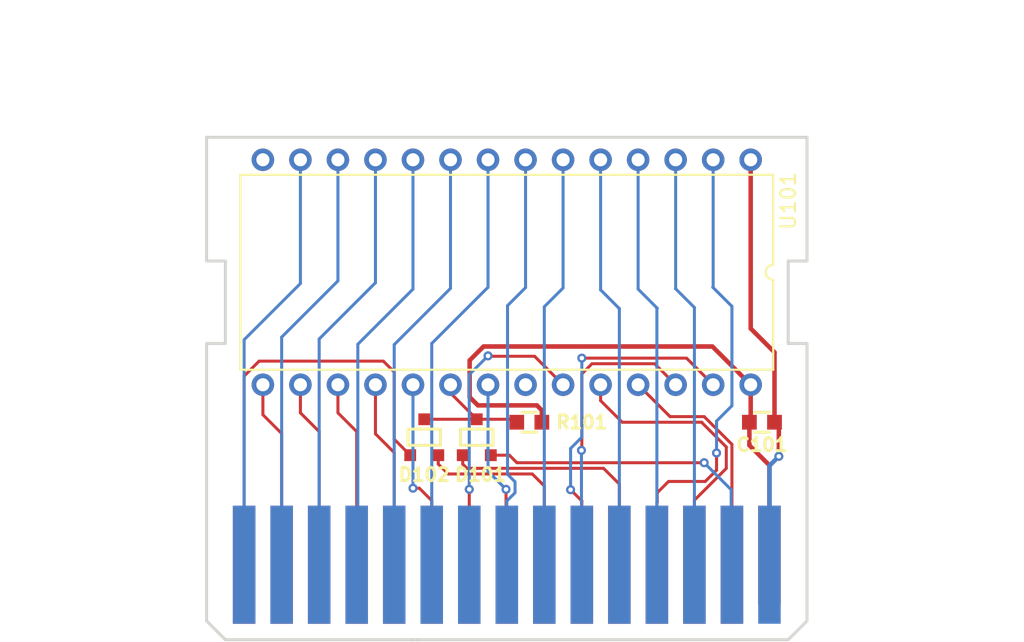
<source format=kicad_pcb>
(kicad_pcb (version 4) (host pcbnew 4.0.5-e0-6337~49~ubuntu16.04.1)

  (general
    (links 37)
    (no_connects 23)
    (area 115.086001 82.136 187.729715 125.068001)
    (thickness 1.6)
    (drawings 22)
    (tracks 165)
    (zones 0)
    (modules 6)
    (nets 32)
  )

  (page A4)
  (layers
    (0 F.Cu signal)
    (31 B.Cu signal)
    (32 B.Adhes user)
    (33 F.Adhes user)
    (34 B.Paste user)
    (35 F.Paste user)
    (36 B.SilkS user)
    (37 F.SilkS user)
    (38 B.Mask user)
    (39 F.Mask user)
    (40 Dwgs.User user)
    (41 Cmts.User user)
    (42 Eco1.User user)
    (43 Eco2.User user)
    (44 Edge.Cuts user)
    (45 Margin user)
    (46 B.CrtYd user)
    (47 F.CrtYd user)
    (48 B.Fab user)
    (49 F.Fab user)
  )

  (setup
    (last_trace_width 0.2032)
    (trace_clearance 0.1778)
    (zone_clearance 0.508)
    (zone_45_only no)
    (trace_min 0.1778)
    (segment_width 0.2)
    (edge_width 0.2)
    (via_size 0.6096)
    (via_drill 0.3048)
    (via_min_size 0.3048)
    (via_min_drill 0.3)
    (uvia_size 0.3)
    (uvia_drill 0.1)
    (uvias_allowed no)
    (uvia_min_size 0)
    (uvia_min_drill 0)
    (pcb_text_width 0.3)
    (pcb_text_size 1.5 1.5)
    (mod_edge_width 0.15)
    (mod_text_size 1 1)
    (mod_text_width 0.15)
    (pad_size 1.524 1.524)
    (pad_drill 0.762)
    (pad_to_mask_clearance 0.2)
    (aux_axis_origin 129.286 124.968)
    (grid_origin 129.286 124.968)
    (visible_elements FFFFFF7F)
    (pcbplotparams
      (layerselection 0x00030_80000001)
      (usegerberextensions false)
      (excludeedgelayer true)
      (linewidth 0.100000)
      (plotframeref false)
      (viasonmask false)
      (mode 1)
      (useauxorigin false)
      (hpglpennumber 1)
      (hpglpenspeed 20)
      (hpglpendiameter 15)
      (hpglpenoverlay 2)
      (psnegative false)
      (psa4output false)
      (plotreference true)
      (plotvalue true)
      (plotinvisibletext false)
      (padsonsilk false)
      (subtractmaskfromsilk false)
      (outputformat 1)
      (mirror false)
      (drillshape 1)
      (scaleselection 1)
      (outputdirectory ""))
  )

  (net 0 "")
  (net 1 /A0)
  (net 2 /D5)
  (net 3 GND)
  (net 4 /~E000)
  (net 5 /A7)
  (net 6 /A6)
  (net 7 /A5)
  (net 8 /A13)
  (net 9 /A4)
  (net 10 /A3)
  (net 11 "Net-(CON101-Pad13)")
  (net 12 /A2)
  (net 13 /A1)
  (net 14 /D0)
  (net 15 /D1)
  (net 16 /D2)
  (net 17 /~C000)
  (net 18 /D3)
  (net 19 /D4)
  (net 20 /D6)
  (net 21 /D7)
  (net 22 /A11)
  (net 23 /A10)
  (net 24 /~8000)
  (net 25 /A14)
  (net 26 /~A000)
  (net 27 /A12)
  (net 28 /A9)
  (net 29 /A8)
  (net 30 +5V)
  (net 31 "Net-(D101-Pad3)")

  (net_class Default "This is the default net class."
    (clearance 0.1778)
    (trace_width 0.2032)
    (via_dia 0.6096)
    (via_drill 0.3048)
    (uvia_dia 0.3)
    (uvia_drill 0.1)
    (add_net /A0)
    (add_net /A1)
    (add_net /A10)
    (add_net /A11)
    (add_net /A12)
    (add_net /A13)
    (add_net /A14)
    (add_net /A2)
    (add_net /A3)
    (add_net /A4)
    (add_net /A5)
    (add_net /A6)
    (add_net /A7)
    (add_net /A8)
    (add_net /A9)
    (add_net /D0)
    (add_net /D1)
    (add_net /D2)
    (add_net /D3)
    (add_net /D4)
    (add_net /D5)
    (add_net /D6)
    (add_net /D7)
    (add_net /~8000)
    (add_net /~A000)
    (add_net /~C000)
    (add_net /~E000)
    (add_net "Net-(CON101-Pad13)")
    (add_net "Net-(D101-Pad3)")
  )

  (net_class Power ""
    (clearance 0.1778)
    (trace_width 0.3048)
    (via_dia 0.6096)
    (via_drill 0.3048)
    (uvia_dia 0.3)
    (uvia_drill 0.1)
    (add_net +5V)
    (add_net GND)
  )

  (module db-vgparts:CV-EDGE (layer F.Cu) (tedit 589D2E72) (tstamp 589CBDC0)
    (at 131.826 119.888)
    (path /589B6969)
    (fp_text reference CON101 (at 2.032 -5.08) (layer F.SilkS) hide
      (effects (font (size 1 1) (thickness 0.15)))
    )
    (fp_text value CV-EDGE (at 2.54 -6.35) (layer F.Fab) hide
      (effects (font (size 1 1) (thickness 0.15)))
    )
    (pad 7 smd rect (at 7.62 0) (size 1.524 8) (layers B.Cu F.Paste F.Mask)
      (net 1 /A0))
    (pad 8 smd rect (at 7.62 0) (size 1.524 8) (layers F.Cu F.Paste F.Mask)
      (net 2 /D5))
    (pad 29 smd rect (at 35.56 0) (size 1.524 8) (layers B.Cu F.Paste F.Mask)
      (net 3 GND))
    (pad 27 smd rect (at 33.02 0) (size 1.524 8) (layers B.Cu F.Paste F.Mask)
      (net 4 /~E000))
    (pad 25 smd rect (at 30.48 0) (size 1.524 8) (layers B.Cu F.Paste F.Mask)
      (net 5 /A7))
    (pad 23 smd rect (at 27.94 0) (size 1.524 8) (layers B.Cu F.Paste F.Mask)
      (net 6 /A6))
    (pad 21 smd rect (at 25.4 0) (size 1.524 8) (layers B.Cu F.Paste F.Mask)
      (net 7 /A5))
    (pad 19 smd rect (at 22.86 0) (size 1.524 8) (layers B.Cu F.Paste F.Mask)
      (net 8 /A13))
    (pad 17 smd rect (at 20.32 0) (size 1.524 8) (layers B.Cu F.Paste F.Mask)
      (net 9 /A4))
    (pad 15 smd rect (at 17.78 0) (size 1.524 8) (layers B.Cu F.Paste F.Mask)
      (net 10 /A3))
    (pad 13 smd rect (at 15.24 0) (size 1.524 8) (layers B.Cu F.Paste F.Mask)
      (net 11 "Net-(CON101-Pad13)"))
    (pad 11 smd rect (at 12.7 0) (size 1.524 8) (layers B.Cu F.Paste F.Mask)
      (net 12 /A2))
    (pad 9 smd rect (at 10.16 0) (size 1.524 8) (layers B.Cu F.Paste F.Mask)
      (net 13 /A1))
    (pad 5 smd rect (at 5.08 0) (size 1.524 8) (layers B.Cu F.Paste F.Mask)
      (net 14 /D0))
    (pad 3 smd rect (at 2.54 0) (size 1.524 8) (layers B.Cu F.Paste F.Mask)
      (net 15 /D1))
    (pad 1 smd rect (at 0 0) (size 1.524 8) (layers B.Cu F.Paste F.Mask)
      (net 16 /D2))
    (pad 2 smd rect (at 0 0) (size 1.524 8) (layers F.Cu F.Paste F.Mask)
      (net 17 /~C000))
    (pad 4 smd rect (at 2.54 0) (size 1.524 8) (layers F.Cu F.Paste F.Mask)
      (net 18 /D3))
    (pad 6 smd rect (at 5.08 0) (size 1.524 8) (layers F.Cu F.Paste F.Mask)
      (net 19 /D4))
    (pad 10 smd rect (at 10.16 0) (size 1.524 8) (layers F.Cu F.Paste F.Mask)
      (net 20 /D6))
    (pad 12 smd rect (at 12.7 0) (size 1.524 8) (layers F.Cu F.Paste F.Mask)
      (net 21 /D7))
    (pad 14 smd rect (at 15.24 0) (size 1.524 8) (layers F.Cu F.Paste F.Mask)
      (net 22 /A11))
    (pad 16 smd rect (at 17.78 0) (size 1.524 8) (layers F.Cu F.Paste F.Mask)
      (net 23 /A10))
    (pad 18 smd rect (at 20.32 0) (size 1.524 8) (layers F.Cu F.Paste F.Mask)
      (net 24 /~8000))
    (pad 20 smd rect (at 22.86 0) (size 1.524 8) (layers F.Cu F.Paste F.Mask)
      (net 25 /A14))
    (pad 22 smd rect (at 25.4 0) (size 1.524 8) (layers F.Cu F.Paste F.Mask)
      (net 26 /~A000))
    (pad 24 smd rect (at 27.94 0) (size 1.524 8) (layers F.Cu F.Paste F.Mask)
      (net 27 /A12))
    (pad 26 smd rect (at 30.48 0) (size 1.524 8) (layers F.Cu F.Paste F.Mask)
      (net 28 /A9))
    (pad 28 smd rect (at 33.02 0) (size 1.524 8) (layers F.Cu F.Paste F.Mask)
      (net 29 /A8))
    (pad 30 smd rect (at 35.56 -0.65) (size 1.524 6.7) (layers F.Cu F.Paste F.Mask)
      (net 30 +5V))
  )

  (module db-dipics:DIP-28-600MIL (layer F.Cu) (tedit 589D2EA3) (tstamp 589CBDE0)
    (at 166.116 92.456 270)
    (path /589B5CA8)
    (fp_text reference U101 (at 2.794 -2.54 270) (layer F.SilkS)
      (effects (font (size 1 1) (thickness 0.15)))
    )
    (fp_text value W27C512 (at 2.54 35.56 270) (layer F.Fab)
      (effects (font (size 1 1) (thickness 0.15)))
    )
    (fp_line (start 8.128 -1.524) (end 14.224 -1.524) (layer F.SilkS) (width 0.15))
    (fp_line (start 7.112 -1.524) (end 1.016 -1.524) (layer F.SilkS) (width 0.15))
    (fp_arc (start 7.62 -1.524) (end 7.62 -1.016) (angle 90) (layer F.SilkS) (width 0.15))
    (fp_arc (start 7.62 -1.524) (end 8.128 -1.524) (angle 90) (layer F.SilkS) (width 0.15))
    (fp_line (start 1.016 -1.524) (end 1.016 34.544) (layer F.SilkS) (width 0.15))
    (fp_line (start 1.016 34.544) (end 14.224 34.544) (layer F.SilkS) (width 0.15))
    (fp_line (start 14.224 34.544) (end 14.224 -1.524) (layer F.SilkS) (width 0.15))
    (pad 1 thru_hole circle (at 0 0 270) (size 1.524 1.524) (drill 0.889) (layers *.Cu *.Mask)
      (net 3 GND))
    (pad 2 thru_hole circle (at 0 2.54 270) (size 1.524 1.524) (drill 0.889) (layers *.Cu *.Mask)
      (net 27 /A12))
    (pad 3 thru_hole circle (at 0 5.08 270) (size 1.524 1.524) (drill 0.889) (layers *.Cu *.Mask)
      (net 5 /A7))
    (pad 4 thru_hole circle (at 0 7.62 270) (size 1.524 1.524) (drill 0.889) (layers *.Cu *.Mask)
      (net 6 /A6))
    (pad 5 thru_hole circle (at 0 10.16 270) (size 1.524 1.524) (drill 0.889) (layers *.Cu *.Mask)
      (net 7 /A5))
    (pad 6 thru_hole circle (at 0 12.7 270) (size 1.524 1.524) (drill 0.889) (layers *.Cu *.Mask)
      (net 9 /A4))
    (pad 7 thru_hole circle (at 0 15.24 270) (size 1.524 1.524) (drill 0.889) (layers *.Cu *.Mask)
      (net 10 /A3))
    (pad 8 thru_hole circle (at 0 17.78 270) (size 1.524 1.524) (drill 0.889) (layers *.Cu *.Mask)
      (net 12 /A2))
    (pad 9 thru_hole circle (at 0 20.32 270) (size 1.524 1.524) (drill 0.889) (layers *.Cu *.Mask)
      (net 13 /A1))
    (pad 10 thru_hole circle (at 0 22.86 270) (size 1.524 1.524) (drill 0.889) (layers *.Cu *.Mask)
      (net 1 /A0))
    (pad 11 thru_hole circle (at 0 25.4 270) (size 1.524 1.524) (drill 0.889) (layers *.Cu *.Mask)
      (net 14 /D0))
    (pad 12 thru_hole circle (at 0 27.94 270) (size 1.524 1.524) (drill 0.889) (layers *.Cu *.Mask)
      (net 15 /D1))
    (pad 13 thru_hole circle (at 0 30.48 270) (size 1.524 1.524) (drill 0.889) (layers *.Cu *.Mask)
      (net 16 /D2))
    (pad 14 thru_hole circle (at 0 33.02 270) (size 1.524 1.524) (drill 0.889) (layers *.Cu *.Mask)
      (net 3 GND))
    (pad 15 thru_hole circle (at 15.24 33.02 270) (size 1.524 1.524) (drill 0.889) (layers *.Cu *.Mask)
      (net 18 /D3))
    (pad 16 thru_hole circle (at 15.24 30.48 270) (size 1.524 1.524) (drill 0.889) (layers *.Cu *.Mask)
      (net 19 /D4))
    (pad 17 thru_hole circle (at 15.24 27.94 270) (size 1.524 1.524) (drill 0.889) (layers *.Cu *.Mask)
      (net 2 /D5))
    (pad 18 thru_hole circle (at 15.24 25.4 270) (size 1.524 1.524) (drill 0.889) (layers *.Cu *.Mask)
      (net 20 /D6))
    (pad 19 thru_hole circle (at 15.24 22.86 270) (size 1.524 1.524) (drill 0.889) (layers *.Cu *.Mask)
      (net 21 /D7))
    (pad 20 thru_hole circle (at 15.24 20.32 270) (size 1.524 1.524) (drill 0.889) (layers *.Cu *.Mask)
      (net 31 "Net-(D101-Pad3)"))
    (pad 21 thru_hole circle (at 15.24 17.78 270) (size 1.524 1.524) (drill 0.889) (layers *.Cu *.Mask)
      (net 23 /A10))
    (pad 22 thru_hole circle (at 15.24 15.24 270) (size 1.524 1.524) (drill 0.889) (layers *.Cu *.Mask)
      (net 3 GND))
    (pad 23 thru_hole circle (at 15.24 12.7 270) (size 1.524 1.524) (drill 0.889) (layers *.Cu *.Mask)
      (net 22 /A11))
    (pad 24 thru_hole circle (at 15.24 10.16 270) (size 1.524 1.524) (drill 0.889) (layers *.Cu *.Mask)
      (net 28 /A9))
    (pad 25 thru_hole circle (at 15.24 7.62 270) (size 1.524 1.524) (drill 0.889) (layers *.Cu *.Mask)
      (net 29 /A8))
    (pad 26 thru_hole circle (at 15.24 5.08 270) (size 1.524 1.524) (drill 0.889) (layers *.Cu *.Mask)
      (net 8 /A13))
    (pad 27 thru_hole circle (at 15.24 2.54 270) (size 1.524 1.524) (drill 0.889) (layers *.Cu *.Mask)
      (net 25 /A14))
    (pad 28 thru_hole circle (at 15.24 0 270) (size 1.524 1.524) (drill 0.889) (layers *.Cu *.Mask)
      (net 30 +5V))
  )

  (module db-smt:0603 (layer F.Cu) (tedit 589D2FE8) (tstamp 589CBE7C)
    (at 166.878 110.236)
    (tags 0603)
    (path /589C79A7)
    (attr smd)
    (fp_text reference C101 (at 0 1.524) (layer F.SilkS)
      (effects (font (size 0.889 0.889) (thickness 0.2032)))
    )
    (fp_text value C (at 0 1.524) (layer F.Fab) hide
      (effects (font (size 1 1) (thickness 0.15)))
    )
    (fp_line (start 0.5 0.675) (end -0.5 0.675) (layer F.SilkS) (width 0.2032))
    (fp_line (start -0.5 -0.675) (end 0.5 -0.675) (layer F.SilkS) (width 0.2032))
    (pad 1 smd rect (at -0.85 0) (size 1 1) (layers F.Cu F.Paste F.Mask)
      (net 30 +5V))
    (pad 2 smd rect (at 0.85 0) (size 1 1) (layers F.Cu F.Paste F.Mask)
      (net 3 GND))
    (model Resistors_SMD.3dshapes/R_0603.wrl
      (at (xyz 0 0 0))
      (scale (xyz 1 1 1))
      (rotate (xyz 0 0 0))
    )
  )

  (module db-smt:SOT23 (layer F.Cu) (tedit 589D2E8C) (tstamp 589CBE83)
    (at 147.574 111.252)
    (descr SOT23)
    (path /589B7FED)
    (attr smd)
    (fp_text reference D101 (at 0.254 2.54) (layer F.SilkS)
      (effects (font (size 0.889 0.889) (thickness 0.2032)))
    )
    (fp_text value BAT54A (at 1.27 2.54) (layer F.Fab) hide
      (effects (font (size 1 1) (thickness 0.15)))
    )
    (fp_line (start -1.1 -0.55) (end -1.1 0.55) (layer F.SilkS) (width 0.2032))
    (fp_line (start -1.1 0.55) (end 1.1 0.55) (layer F.SilkS) (width 0.2032))
    (fp_line (start 1.1 0.55) (end 1.1 -0.55) (layer F.SilkS) (width 0.2032))
    (fp_line (start 1.1 -0.55) (end -1.05 -0.55) (layer F.SilkS) (width 0.2032))
    (fp_line (start -1.05 -0.55) (end -1.1 -0.55) (layer F.SilkS) (width 0.15))
    (pad 1 smd rect (at -0.95 1.216) (size 0.8 0.8) (layers F.Cu F.Paste F.Mask)
      (net 26 /~A000))
    (pad 2 smd rect (at 0.95 1.216) (size 0.8 0.8) (layers F.Cu F.Paste F.Mask)
      (net 4 /~E000))
    (pad 3 smd rect (at 0 -1.216) (size 0.8 0.8) (layers F.Cu F.Paste F.Mask)
      (net 31 "Net-(D101-Pad3)"))
    (model Transistors_SMD.3dshapes/sc70.wrl
      (at (xyz 0 0 0))
      (scale (xyz 1 1 1))
      (rotate (xyz 0 0 0))
    )
  )

  (module db-smt:SOT23 (layer F.Cu) (tedit 589D2E8F) (tstamp 589CBE8A)
    (at 144.018 111.252)
    (descr SOT23)
    (path /589B80E6)
    (attr smd)
    (fp_text reference D102 (at 0 2.54) (layer F.SilkS)
      (effects (font (size 0.889 0.889) (thickness 0.2032)))
    )
    (fp_text value BAT54A (at 1.27 2.54) (layer F.Fab) hide
      (effects (font (size 1 1) (thickness 0.15)))
    )
    (fp_line (start -1.1 -0.55) (end -1.1 0.55) (layer F.SilkS) (width 0.2032))
    (fp_line (start -1.1 0.55) (end 1.1 0.55) (layer F.SilkS) (width 0.2032))
    (fp_line (start 1.1 0.55) (end 1.1 -0.55) (layer F.SilkS) (width 0.2032))
    (fp_line (start 1.1 -0.55) (end -1.05 -0.55) (layer F.SilkS) (width 0.2032))
    (fp_line (start -1.05 -0.55) (end -1.1 -0.55) (layer F.SilkS) (width 0.15))
    (pad 1 smd rect (at -0.95 1.216) (size 0.8 0.8) (layers F.Cu F.Paste F.Mask)
      (net 17 /~C000))
    (pad 2 smd rect (at 0.95 1.216) (size 0.8 0.8) (layers F.Cu F.Paste F.Mask)
      (net 24 /~8000))
    (pad 3 smd rect (at 0 -1.216) (size 0.8 0.8) (layers F.Cu F.Paste F.Mask)
      (net 31 "Net-(D101-Pad3)"))
    (model Transistors_SMD.3dshapes/sc70.wrl
      (at (xyz 0 0 0))
      (scale (xyz 1 1 1))
      (rotate (xyz 0 0 0))
    )
  )

  (module db-smt:0603 (layer F.Cu) (tedit 589D2E86) (tstamp 589CBE90)
    (at 151.13 110.236 180)
    (tags 0603)
    (path /589A2F31)
    (attr smd)
    (fp_text reference R101 (at -3.556 0 180) (layer F.SilkS)
      (effects (font (size 0.889 0.889) (thickness 0.2032)))
    )
    (fp_text value 10k (at 0 1.524 180) (layer F.Fab) hide
      (effects (font (size 1 1) (thickness 0.15)))
    )
    (fp_line (start 0.5 0.675) (end -0.5 0.675) (layer F.SilkS) (width 0.2032))
    (fp_line (start -0.5 -0.675) (end 0.5 -0.675) (layer F.SilkS) (width 0.2032))
    (pad 1 smd rect (at -0.85 0 180) (size 1 1) (layers F.Cu F.Paste F.Mask)
      (net 30 +5V))
    (pad 2 smd rect (at 0.85 0 180) (size 1 1) (layers F.Cu F.Paste F.Mask)
      (net 31 "Net-(D101-Pad3)"))
    (model Resistors_SMD.3dshapes/R_0603.wrl
      (at (xyz 0 0 0))
      (scale (xyz 1 1 1))
      (rotate (xyz 0 0 0))
    )
  )

  (gr_line (start 143.0782 124.968) (end 143.7132 124.968) (angle 90) (layer Edge.Cuts) (width 0.2))
  (dimension 20.066 (width 0.3) (layer Dwgs.User)
    (gr_text "20.066 mm" (at 175.086 114.935 270) (layer Dwgs.User)
      (effects (font (size 1.5 1.5) (thickness 0.3)))
    )
    (feature1 (pts (xy 169.926 124.968) (xy 176.436 124.968)))
    (feature2 (pts (xy 169.926 104.902) (xy 176.436 104.902)))
    (crossbar (pts (xy 173.736 104.902) (xy 173.736 124.968)))
    (arrow1a (pts (xy 173.736 124.968) (xy 173.149579 123.841496)))
    (arrow1b (pts (xy 173.736 124.968) (xy 174.322421 123.841496)))
    (arrow2a (pts (xy 173.736 104.902) (xy 173.149579 106.028504)))
    (arrow2b (pts (xy 173.736 104.902) (xy 174.322421 106.028504)))
  )
  (dimension 5.588 (width 0.3) (layer Dwgs.User)
    (gr_text "5.588 mm" (at 181.944 102.108 270) (layer Dwgs.User)
      (effects (font (size 1.5 1.5) (thickness 0.3)))
    )
    (feature1 (pts (xy 169.926 104.902) (xy 183.294 104.902)))
    (feature2 (pts (xy 169.926 99.314) (xy 183.294 99.314)))
    (crossbar (pts (xy 180.594 99.314) (xy 180.594 104.902)))
    (arrow1a (pts (xy 180.594 104.902) (xy 180.007579 103.775496)))
    (arrow1b (pts (xy 180.594 104.902) (xy 181.180421 103.775496)))
    (arrow2a (pts (xy 180.594 99.314) (xy 180.007579 100.440504)))
    (arrow2b (pts (xy 180.594 99.314) (xy 181.180421 100.440504)))
  )
  (dimension 8.382 (width 0.3) (layer Dwgs.User)
    (gr_text "8.382 mm" (at 175.086 95.123 270) (layer Dwgs.User)
      (effects (font (size 1.5 1.5) (thickness 0.3)))
    )
    (feature1 (pts (xy 169.926 99.314) (xy 176.436 99.314)))
    (feature2 (pts (xy 169.926 90.932) (xy 176.436 90.932)))
    (crossbar (pts (xy 173.736 90.932) (xy 173.736 99.314)))
    (arrow1a (pts (xy 173.736 99.314) (xy 173.149579 98.187496)))
    (arrow1b (pts (xy 173.736 99.314) (xy 174.322421 98.187496)))
    (arrow2a (pts (xy 173.736 90.932) (xy 173.149579 92.058504)))
    (arrow2b (pts (xy 173.736 90.932) (xy 174.322421 92.058504)))
  )
  (dimension 34.036 (width 0.3) (layer Dwgs.User)
    (gr_text "34.036 mm" (at 121.586 107.95 270) (layer Dwgs.User)
      (effects (font (size 1.5 1.5) (thickness 0.3)))
    )
    (feature1 (pts (xy 129.286 124.968) (xy 120.236 124.968)))
    (feature2 (pts (xy 129.286 90.932) (xy 120.236 90.932)))
    (crossbar (pts (xy 122.936 90.932) (xy 122.936 124.968)))
    (arrow1a (pts (xy 122.936 124.968) (xy 122.349579 123.841496)))
    (arrow1b (pts (xy 122.936 124.968) (xy 123.522421 123.841496)))
    (arrow2a (pts (xy 122.936 90.932) (xy 122.349579 92.058504)))
    (arrow2b (pts (xy 122.936 90.932) (xy 123.522421 92.058504)))
  )
  (dimension 40.64 (width 0.3) (layer Dwgs.User)
    (gr_text "40.640 mm" (at 149.606 83.486) (layer Dwgs.User)
      (effects (font (size 1.5 1.5) (thickness 0.3)))
    )
    (feature1 (pts (xy 169.926 90.932) (xy 169.926 82.136)))
    (feature2 (pts (xy 129.286 90.932) (xy 129.286 82.136)))
    (crossbar (pts (xy 129.286 84.836) (xy 169.926 84.836)))
    (arrow1a (pts (xy 169.926 84.836) (xy 168.799496 85.422421)))
    (arrow1b (pts (xy 169.926 84.836) (xy 168.799496 84.249579)))
    (arrow2a (pts (xy 129.286 84.836) (xy 130.412504 85.422421)))
    (arrow2b (pts (xy 129.286 84.836) (xy 130.412504 84.249579)))
  )
  (gr_line (start 129.286 99.314) (end 129.286 99.06) (angle 90) (layer Edge.Cuts) (width 0.2))
  (gr_line (start 130.556 99.314) (end 129.286 99.314) (angle 90) (layer Edge.Cuts) (width 0.2))
  (gr_line (start 130.556 104.902) (end 130.556 99.314) (angle 90) (layer Edge.Cuts) (width 0.2))
  (gr_line (start 129.286 104.902) (end 130.556 104.902) (angle 90) (layer Edge.Cuts) (width 0.2))
  (gr_line (start 129.286 123.698) (end 129.286 104.902) (angle 90) (layer Edge.Cuts) (width 0.2))
  (gr_line (start 129.286 99.06) (end 129.286 90.932) (angle 90) (layer Edge.Cuts) (width 0.2))
  (gr_line (start 169.926 90.932) (end 129.286 90.932) (angle 90) (layer Edge.Cuts) (width 0.2))
  (gr_line (start 169.926 99.314) (end 169.926 90.932) (angle 90) (layer Edge.Cuts) (width 0.2))
  (gr_line (start 168.656 99.314) (end 169.926 99.314) (angle 90) (layer Edge.Cuts) (width 0.2))
  (gr_line (start 168.656 104.902) (end 168.656 99.314) (angle 90) (layer Edge.Cuts) (width 0.2))
  (gr_line (start 169.926 104.902) (end 168.656 104.902) (angle 90) (layer Edge.Cuts) (width 0.2))
  (gr_line (start 169.926 123.698) (end 169.926 104.902) (angle 90) (layer Edge.Cuts) (width 0.2))
  (gr_line (start 168.656 124.968) (end 169.926 123.698) (angle 90) (layer Edge.Cuts) (width 0.2))
  (gr_line (start 143.51 124.968) (end 168.656 124.968) (angle 90) (layer Edge.Cuts) (width 0.2))
  (gr_line (start 130.556 124.968) (end 129.286 123.698) (angle 90) (layer Edge.Cuts) (width 0.2))
  (gr_line (start 143.256 124.968) (end 130.556 124.968) (angle 90) (layer Edge.Cuts) (width 0.2))

  (segment (start 143.256 92.456) (end 143.256 101.219) (width 0.2032) (layer B.Cu) (net 1))
  (segment (start 139.5222 104.9528) (end 139.5222 119.8118) (width 0.2032) (layer B.Cu) (net 1) (tstamp 589D33CC))
  (segment (start 143.256 101.219) (end 139.5222 104.9528) (width 0.2032) (layer B.Cu) (net 1) (tstamp 589D33C8))
  (segment (start 139.5222 119.8118) (end 139.446 119.888) (width 0.2032) (layer B.Cu) (net 1) (tstamp 589D33CF))
  (segment (start 138.176 107.696) (end 138.176 109.601) (width 0.2032) (layer F.Cu) (net 2))
  (segment (start 139.446 110.871) (end 139.446 119.888) (width 0.2032) (layer F.Cu) (net 2) (tstamp 589D33AA))
  (segment (start 138.176 109.601) (end 139.446 110.871) (width 0.2032) (layer F.Cu) (net 2) (tstamp 589D33A8))
  (segment (start 168.021 112.5474) (end 168.021 110.529) (width 0.3048) (layer F.Cu) (net 3))
  (segment (start 168.021 110.529) (end 167.728 110.236) (width 0.3048) (layer F.Cu) (net 3))
  (segment (start 167.386 119.888) (end 167.386 113.1824) (width 0.3048) (layer B.Cu) (net 3))
  (segment (start 167.386 113.1824) (end 168.021 112.5474) (width 0.3048) (layer B.Cu) (net 3))
  (via (at 168.021 112.5474) (size 0.6096) (drill 0.3048) (layers F.Cu B.Cu) (net 3))
  (segment (start 166.116 92.456) (end 166.116 103.886) (width 0.3048) (layer F.Cu) (net 3))
  (segment (start 167.728 105.498) (end 167.728 110.236) (width 0.3048) (layer F.Cu) (net 3) (tstamp 589D3013))
  (segment (start 166.116 103.886) (end 167.728 105.498) (width 0.3048) (layer F.Cu) (net 3) (tstamp 589D300D))
  (segment (start 164.7952 115.2652) (end 164.7952 119.8372) (width 0.2032) (layer B.Cu) (net 4))
  (segment (start 150.2918 112.97918) (end 162.9664 112.97918) (width 0.2032) (layer F.Cu) (net 4))
  (segment (start 164.7952 115.2652) (end 164.7952 114.80798) (width 0.2032) (layer B.Cu) (net 4))
  (segment (start 164.7952 114.80798) (end 162.9664 112.97918) (width 0.2032) (layer B.Cu) (net 4))
  (via (at 162.9664 112.97918) (size 0.6096) (drill 0.3048) (layers F.Cu B.Cu) (net 4))
  (segment (start 164.7952 119.8372) (end 164.846 119.888) (width 0.2032) (layer B.Cu) (net 4))
  (segment (start 149.78062 112.468) (end 150.2918 112.97918) (width 0.2032) (layer F.Cu) (net 4))
  (segment (start 148.524 112.468) (end 149.78062 112.468) (width 0.2032) (layer F.Cu) (net 4))
  (segment (start 162.306 102.4636) (end 162.306 119.888) (width 0.2032) (layer B.Cu) (net 5))
  (segment (start 161.036 101.1936) (end 162.306 102.4636) (width 0.2032) (layer B.Cu) (net 5))
  (segment (start 161.036 92.456) (end 161.036 101.1936) (width 0.2032) (layer B.Cu) (net 5))
  (segment (start 159.7914 102.5144) (end 159.766 102.5398) (width 0.2032) (layer B.Cu) (net 6))
  (segment (start 159.766 102.5398) (end 159.766 119.888) (width 0.2032) (layer B.Cu) (net 6))
  (segment (start 158.496 101.219) (end 159.7914 102.5144) (width 0.2032) (layer B.Cu) (net 6))
  (segment (start 158.496 92.456) (end 158.496 101.219) (width 0.2032) (layer B.Cu) (net 6))
  (segment (start 157.226 102.5398) (end 157.226 119.888) (width 0.2032) (layer B.Cu) (net 7))
  (segment (start 155.956 101.2698) (end 157.226 102.5398) (width 0.2032) (layer B.Cu) (net 7))
  (segment (start 155.956 92.456) (end 155.956 101.2698) (width 0.2032) (layer B.Cu) (net 7))
  (segment (start 154.6606 112.141) (end 154.6606 119.8626) (width 0.2032) (layer B.Cu) (net 8))
  (segment (start 154.6606 119.8626) (end 154.686 119.888) (width 0.2032) (layer B.Cu) (net 8))
  (segment (start 154.686 106.9594) (end 154.686 112.1156) (width 0.2032) (layer F.Cu) (net 8))
  (segment (start 154.686 112.1156) (end 154.6606 112.141) (width 0.2032) (layer F.Cu) (net 8))
  (via (at 154.6606 112.141) (size 0.6096) (drill 0.3048) (layers F.Cu B.Cu) (net 8))
  (segment (start 155.3718 106.2736) (end 154.686 106.9594) (width 0.2032) (layer F.Cu) (net 8))
  (segment (start 159.6136 106.2736) (end 155.3718 106.2736) (width 0.2032) (layer F.Cu) (net 8))
  (segment (start 161.036 107.696) (end 159.6136 106.2736) (width 0.2032) (layer F.Cu) (net 8))
  (segment (start 153.416 92.456) (end 153.416 101.1428) (width 0.2032) (layer B.Cu) (net 9))
  (segment (start 153.416 101.1428) (end 152.146 102.4128) (width 0.2032) (layer B.Cu) (net 9))
  (segment (start 152.146 102.4128) (end 152.146 119.888) (width 0.2032) (layer B.Cu) (net 9))
  (segment (start 150.1648 115.0112) (end 149.606 115.57) (width 0.2032) (layer B.Cu) (net 10))
  (segment (start 149.606 115.57) (end 149.606 119.888) (width 0.2032) (layer B.Cu) (net 10))
  (segment (start 150.1648 114.2746) (end 150.1648 115.0112) (width 0.2032) (layer B.Cu) (net 10))
  (segment (start 149.6568 113.7666) (end 150.1648 114.2746) (width 0.2032) (layer B.Cu) (net 10))
  (segment (start 149.6568 102.3366) (end 149.6568 113.7666) (width 0.2032) (layer B.Cu) (net 10))
  (segment (start 150.876 101.1174) (end 149.6568 102.3366) (width 0.2032) (layer B.Cu) (net 10))
  (segment (start 150.876 92.456) (end 150.876 101.1174) (width 0.2032) (layer B.Cu) (net 10))
  (segment (start 148.336 92.456) (end 148.336 101.092) (width 0.2032) (layer B.Cu) (net 12))
  (segment (start 148.336 101.092) (end 144.526 104.902) (width 0.2032) (layer B.Cu) (net 12))
  (segment (start 144.526 104.902) (end 144.526 119.888) (width 0.2032) (layer B.Cu) (net 12))
  (segment (start 145.796 101.1682) (end 141.986 104.9782) (width 0.2032) (layer B.Cu) (net 13))
  (segment (start 141.986 104.9782) (end 141.986 119.888) (width 0.2032) (layer B.Cu) (net 13))
  (segment (start 145.796 92.456) (end 145.796 101.1682) (width 0.2032) (layer B.Cu) (net 13))
  (segment (start 140.716 92.456) (end 140.716 100.7872) (width 0.2032) (layer B.Cu) (net 14))
  (segment (start 136.906 104.5972) (end 136.906 119.888) (width 0.2032) (layer B.Cu) (net 14) (tstamp 589D33BC))
  (segment (start 140.716 100.7872) (end 136.906 104.5972) (width 0.2032) (layer B.Cu) (net 14) (tstamp 589D33BA))
  (segment (start 138.176 92.456) (end 138.176 100.6602) (width 0.2032) (layer B.Cu) (net 15))
  (segment (start 134.366 104.4702) (end 134.366 119.888) (width 0.2032) (layer B.Cu) (net 15) (tstamp 589D33B5))
  (segment (start 138.176 100.6602) (end 134.366 104.4702) (width 0.2032) (layer B.Cu) (net 15) (tstamp 589D33B0))
  (segment (start 135.636 100.838) (end 131.826 104.648) (width 0.2032) (layer B.Cu) (net 16))
  (segment (start 131.826 104.648) (end 131.826 119.888) (width 0.2032) (layer B.Cu) (net 16))
  (segment (start 135.636 92.456) (end 135.636 100.838) (width 0.2032) (layer B.Cu) (net 16))
  (segment (start 131.826 119.888) (end 131.826 107.1118) (width 0.2032) (layer F.Cu) (net 17))
  (segment (start 141.986 111.386) (end 143.068 112.468) (width 0.2032) (layer F.Cu) (net 17) (tstamp 589D3397) (status 20))
  (segment (start 141.986 106.8324) (end 141.986 111.386) (width 0.2032) (layer F.Cu) (net 17) (tstamp 589D3393))
  (segment (start 141.2494 106.0958) (end 141.986 106.8324) (width 0.2032) (layer F.Cu) (net 17) (tstamp 589D3392))
  (segment (start 132.842 106.0958) (end 141.2494 106.0958) (width 0.2032) (layer F.Cu) (net 17) (tstamp 589D3390))
  (segment (start 131.826 107.1118) (end 132.842 106.0958) (width 0.2032) (layer F.Cu) (net 17) (tstamp 589D3382))
  (segment (start 134.366 119.888) (end 134.366 110.998) (width 0.2032) (layer F.Cu) (net 18))
  (segment (start 133.096 109.728) (end 133.096 107.696) (width 0.2032) (layer F.Cu) (net 18) (tstamp 589D32D7))
  (segment (start 134.366 110.998) (end 133.096 109.728) (width 0.2032) (layer F.Cu) (net 18) (tstamp 589D32D0))
  (segment (start 135.636 107.696) (end 135.636 109.601) (width 0.2032) (layer F.Cu) (net 19))
  (segment (start 136.906 110.871) (end 136.906 119.888) (width 0.2032) (layer F.Cu) (net 19) (tstamp 589D33A4))
  (segment (start 135.636 109.601) (end 136.906 110.871) (width 0.2032) (layer F.Cu) (net 19) (tstamp 589D33A1))
  (segment (start 140.716 107.696) (end 140.716 111.0234) (width 0.2032) (layer F.Cu) (net 20))
  (segment (start 140.716 111.0234) (end 141.986 112.2934) (width 0.2032) (layer F.Cu) (net 20))
  (segment (start 141.986 112.2934) (end 141.986 119.888) (width 0.2032) (layer F.Cu) (net 20))
  (segment (start 143.256 114.7064) (end 143.687052 114.7064) (width 0.2032) (layer F.Cu) (net 21))
  (segment (start 143.687052 114.7064) (end 144.526 115.545348) (width 0.2032) (layer F.Cu) (net 21))
  (segment (start 144.526 115.545348) (end 144.526 115.6848) (width 0.2032) (layer F.Cu) (net 21))
  (segment (start 144.526 115.6848) (end 144.526 119.888) (width 0.2032) (layer F.Cu) (net 21))
  (segment (start 143.256 107.696) (end 143.256 114.7064) (width 0.2032) (layer B.Cu) (net 21))
  (via (at 143.256 114.7064) (size 0.6096) (drill 0.3048) (layers F.Cu B.Cu) (net 21))
  (segment (start 147.066 114.7826) (end 147.066 107.7976) (width 0.2032) (layer B.Cu) (net 22))
  (segment (start 147.066 107.7976) (end 147.066 107.0864) (width 0.2032) (layer B.Cu) (net 22))
  (segment (start 148.336 105.7402) (end 147.066 107.0102) (width 0.2032) (layer B.Cu) (net 22))
  (segment (start 147.066 107.0102) (end 147.066 107.7976) (width 0.2032) (layer B.Cu) (net 22))
  (segment (start 151.4856 105.7656) (end 148.3614 105.7656) (width 0.2032) (layer F.Cu) (net 22))
  (segment (start 148.3614 105.7656) (end 148.336 105.7402) (width 0.2032) (layer F.Cu) (net 22))
  (via (at 148.336 105.7402) (size 0.6096) (drill 0.3048) (layers F.Cu B.Cu) (net 22))
  (segment (start 153.416 107.696) (end 151.4856 105.7656) (width 0.2032) (layer F.Cu) (net 22))
  (segment (start 147.066 119.888) (end 147.066 114.7826) (width 0.2032) (layer F.Cu) (net 22))
  (via (at 147.066 114.7826) (size 0.6096) (drill 0.3048) (layers F.Cu B.Cu) (net 22))
  (segment (start 149.5552 114.7826) (end 149.5552 119.8372) (width 0.2032) (layer F.Cu) (net 23))
  (segment (start 149.5552 119.8372) (end 149.606 119.888) (width 0.2032) (layer F.Cu) (net 23))
  (segment (start 148.336 107.696) (end 148.336 113.5634) (width 0.2032) (layer B.Cu) (net 23))
  (segment (start 148.336 113.5634) (end 149.5552 114.7826) (width 0.2032) (layer B.Cu) (net 23))
  (via (at 149.5552 114.7826) (size 0.6096) (drill 0.3048) (layers F.Cu B.Cu) (net 23))
  (segment (start 151.3332 113.7412) (end 152.146 114.554) (width 0.2032) (layer F.Cu) (net 24))
  (segment (start 152.146 114.554) (end 152.146 119.888) (width 0.2032) (layer F.Cu) (net 24))
  (segment (start 145.638 113.7412) (end 151.3332 113.7412) (width 0.2032) (layer F.Cu) (net 24))
  (segment (start 144.968 112.468) (end 144.968 113.0712) (width 0.2032) (layer F.Cu) (net 24))
  (segment (start 144.968 113.0712) (end 145.638 113.7412) (width 0.2032) (layer F.Cu) (net 24))
  (segment (start 153.924 114.808) (end 154.686 115.57) (width 0.2032) (layer F.Cu) (net 25))
  (segment (start 154.686 115.57) (end 154.686 119.888) (width 0.2032) (layer F.Cu) (net 25))
  (segment (start 154.686 105.8926) (end 154.686 111.250982) (width 0.2032) (layer B.Cu) (net 25))
  (segment (start 154.686 111.250982) (end 153.924 112.012982) (width 0.2032) (layer B.Cu) (net 25))
  (segment (start 153.924 112.012982) (end 153.924 114.808) (width 0.2032) (layer B.Cu) (net 25))
  (via (at 153.924 114.808) (size 0.6096) (drill 0.3048) (layers F.Cu B.Cu) (net 25))
  (segment (start 163.576 107.696) (end 161.7726 105.8926) (width 0.2032) (layer F.Cu) (net 25))
  (segment (start 161.7726 105.8926) (end 154.686 105.8926) (width 0.2032) (layer F.Cu) (net 25))
  (via (at 154.686 105.8926) (size 0.6096) (drill 0.3048) (layers F.Cu B.Cu) (net 25))
  (segment (start 156.15919 113.36019) (end 157.226 114.427) (width 0.2032) (layer F.Cu) (net 26))
  (segment (start 157.226 114.427) (end 157.226 119.888) (width 0.2032) (layer F.Cu) (net 26))
  (segment (start 146.91299 113.36019) (end 156.15919 113.36019) (width 0.2032) (layer F.Cu) (net 26))
  (segment (start 146.624 112.468) (end 146.624 113.0712) (width 0.2032) (layer F.Cu) (net 26))
  (segment (start 146.624 113.0712) (end 146.91299 113.36019) (width 0.2032) (layer F.Cu) (net 26))
  (segment (start 163.5506 101.092) (end 163.576 101.0666) (width 0.2032) (layer B.Cu) (net 27))
  (segment (start 163.576 101.0666) (end 163.576 92.456) (width 0.2032) (layer B.Cu) (net 27))
  (segment (start 164.846 102.3874) (end 163.5506 101.092) (width 0.2032) (layer B.Cu) (net 27))
  (segment (start 164.846 109.1184) (end 164.846 102.3874) (width 0.2032) (layer B.Cu) (net 27))
  (segment (start 163.8046 110.1598) (end 164.846 109.1184) (width 0.2032) (layer B.Cu) (net 27))
  (segment (start 163.8046 112.3188) (end 163.8046 110.1598) (width 0.2032) (layer B.Cu) (net 27))
  (segment (start 163.037172 114.2492) (end 163.8046 113.481772) (width 0.2032) (layer F.Cu) (net 27))
  (via (at 163.8046 112.3188) (size 0.6096) (drill 0.3048) (layers F.Cu B.Cu) (net 27))
  (segment (start 163.8046 113.481772) (end 163.8046 112.3188) (width 0.2032) (layer F.Cu) (net 27))
  (segment (start 160.5534 114.2492) (end 163.037172 114.2492) (width 0.2032) (layer F.Cu) (net 27))
  (segment (start 159.7914 115.0112) (end 160.5534 114.2492) (width 0.2032) (layer F.Cu) (net 27))
  (segment (start 159.7914 115.6594) (end 159.7914 115.0112) (width 0.2032) (layer F.Cu) (net 27))
  (segment (start 159.766 119.888) (end 159.766 115.6848) (width 0.2032) (layer F.Cu) (net 27))
  (segment (start 159.766 115.6848) (end 159.7914 115.6594) (width 0.2032) (layer F.Cu) (net 27))
  (segment (start 164.46499 113.36021) (end 162.306 115.5192) (width 0.2032) (layer F.Cu) (net 28))
  (segment (start 162.306 115.5192) (end 162.306 119.888) (width 0.2032) (layer F.Cu) (net 28))
  (segment (start 164.46499 111.91239) (end 164.46499 113.36021) (width 0.2032) (layer F.Cu) (net 28))
  (segment (start 162.808582 110.23601) (end 162.808582 110.255982) (width 0.2032) (layer F.Cu) (net 28))
  (segment (start 162.808582 110.255982) (end 164.46499 111.91239) (width 0.2032) (layer F.Cu) (net 28))
  (segment (start 155.956 107.696) (end 155.956 108.77363) (width 0.2032) (layer F.Cu) (net 28))
  (segment (start 155.956 108.77363) (end 157.41838 110.23601) (width 0.2032) (layer F.Cu) (net 28))
  (segment (start 157.41838 110.23601) (end 162.808582 110.23601) (width 0.2032) (layer F.Cu) (net 28))
  (segment (start 162.9664 109.855) (end 164.846 111.7346) (width 0.2032) (layer F.Cu) (net 29))
  (segment (start 164.846 111.7346) (end 164.846 119.888) (width 0.2032) (layer F.Cu) (net 29))
  (segment (start 158.496 107.696) (end 160.655 109.855) (width 0.2032) (layer F.Cu) (net 29))
  (segment (start 160.655 109.855) (end 162.9664 109.855) (width 0.2032) (layer F.Cu) (net 29))
  (segment (start 166.116 107.696) (end 163.525199 105.105199) (width 0.3048) (layer F.Cu) (net 30))
  (segment (start 163.525199 105.105199) (end 148.031199 105.105199) (width 0.3048) (layer F.Cu) (net 30))
  (segment (start 148.031199 105.105199) (end 147.0914 106.044998) (width 0.3048) (layer F.Cu) (net 30))
  (segment (start 147.0914 106.044998) (end 147.0914 108.5342) (width 0.3048) (layer F.Cu) (net 30))
  (segment (start 147.0914 108.5342) (end 147.6502 109.093) (width 0.3048) (layer F.Cu) (net 30))
  (segment (start 147.6502 109.093) (end 151.6418 109.093) (width 0.3048) (layer F.Cu) (net 30))
  (segment (start 151.6418 109.093) (end 151.98 109.4312) (width 0.3048) (layer F.Cu) (net 30))
  (segment (start 151.98 109.4312) (end 151.98 110.236) (width 0.3048) (layer F.Cu) (net 30))
  (segment (start 167.386 113.157) (end 166.028 111.799) (width 0.3048) (layer F.Cu) (net 30))
  (segment (start 166.028 111.799) (end 166.028 110.236) (width 0.3048) (layer F.Cu) (net 30))
  (segment (start 167.386 119.238) (end 167.386 113.157) (width 0.3048) (layer F.Cu) (net 30))
  (segment (start 166.116 107.696) (end 166.116 110.148) (width 0.3048) (layer F.Cu) (net 30))
  (segment (start 166.116 110.148) (end 166.028 110.236) (width 0.3048) (layer F.Cu) (net 30) (tstamp 589D2FEF))
  (segment (start 147.574 110.036) (end 150.08 110.036) (width 0.2032) (layer F.Cu) (net 31))
  (segment (start 150.08 110.036) (end 150.28 110.236) (width 0.2032) (layer F.Cu) (net 31))
  (segment (start 145.796 107.696) (end 145.796 108.258) (width 0.2032) (layer F.Cu) (net 31))
  (segment (start 145.796 108.258) (end 147.574 110.036) (width 0.2032) (layer F.Cu) (net 31) (tstamp 589D336F))
  (segment (start 144.018 110.036) (end 147.574 110.036) (width 0.2032) (layer F.Cu) (net 31) (status 10))

)

</source>
